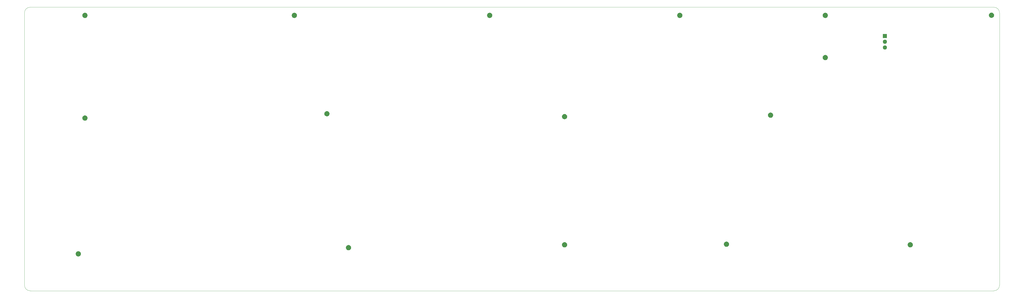
<source format=gbs>
G04 #@! TF.GenerationSoftware,KiCad,Pcbnew,(5.1.5)-3*
G04 #@! TF.CreationDate,2021-02-16T22:27:21+09:00*
G04 #@! TF.ProjectId,bottomplate,626f7474-6f6d-4706-9c61-74652e6b6963,rev?*
G04 #@! TF.SameCoordinates,Original*
G04 #@! TF.FileFunction,Soldermask,Bot*
G04 #@! TF.FilePolarity,Negative*
%FSLAX46Y46*%
G04 Gerber Fmt 4.6, Leading zero omitted, Abs format (unit mm)*
G04 Created by KiCad (PCBNEW (5.1.5)-3) date 2021-02-16 22:27:21*
%MOMM*%
%LPD*%
G04 APERTURE LIST*
%ADD10C,0.050000*%
%ADD11C,0.100000*%
G04 APERTURE END LIST*
D10*
X417830000Y9525000D02*
G75*
G02X420370000Y6985000I0J-2540000D01*
G01*
X-9525000Y6985000D02*
G75*
G02X-6985000Y9525000I2540000J0D01*
G01*
X420370000Y-113030000D02*
G75*
G02X417830000Y-115570000I-2540000J0D01*
G01*
X-6985000Y-115570000D02*
G75*
G02X-9525000Y-113030000I0J2540000D01*
G01*
X420370000Y6985000D02*
X420370000Y-113030000D01*
X-6985000Y-115570000D02*
X417830000Y-115570000D01*
X-9525000Y-113030000D02*
X-9525000Y6985000D01*
X417830000Y9525000D02*
X-6985000Y9525000D01*
D11*
G36*
X14448549Y-98121616D02*
G01*
X14559734Y-98143732D01*
X14769203Y-98230497D01*
X14957720Y-98356460D01*
X15118040Y-98516780D01*
X15244003Y-98705297D01*
X15330768Y-98914766D01*
X15375000Y-99137136D01*
X15375000Y-99363864D01*
X15330768Y-99586234D01*
X15244003Y-99795703D01*
X15118040Y-99984220D01*
X14957720Y-100144540D01*
X14769203Y-100270503D01*
X14559734Y-100357268D01*
X14448549Y-100379384D01*
X14337365Y-100401500D01*
X14110635Y-100401500D01*
X13999451Y-100379384D01*
X13888266Y-100357268D01*
X13678797Y-100270503D01*
X13490280Y-100144540D01*
X13329960Y-99984220D01*
X13203997Y-99795703D01*
X13117232Y-99586234D01*
X13073000Y-99363864D01*
X13073000Y-99137136D01*
X13117232Y-98914766D01*
X13203997Y-98705297D01*
X13329960Y-98516780D01*
X13490280Y-98356460D01*
X13678797Y-98230497D01*
X13888266Y-98143732D01*
X13999451Y-98121616D01*
X14110635Y-98099500D01*
X14337365Y-98099500D01*
X14448549Y-98121616D01*
G37*
G36*
X133574549Y-95391116D02*
G01*
X133685734Y-95413232D01*
X133895203Y-95499997D01*
X134083720Y-95625960D01*
X134244040Y-95786280D01*
X134370003Y-95974797D01*
X134456768Y-96184266D01*
X134501000Y-96406636D01*
X134501000Y-96633364D01*
X134456768Y-96855734D01*
X134370003Y-97065203D01*
X134244040Y-97253720D01*
X134083720Y-97414040D01*
X133895203Y-97540003D01*
X133685734Y-97626768D01*
X133574549Y-97648884D01*
X133463365Y-97671000D01*
X133236635Y-97671000D01*
X133125451Y-97648884D01*
X133014266Y-97626768D01*
X132804797Y-97540003D01*
X132616280Y-97414040D01*
X132455960Y-97253720D01*
X132329997Y-97065203D01*
X132243232Y-96855734D01*
X132199000Y-96633364D01*
X132199000Y-96406636D01*
X132243232Y-96184266D01*
X132329997Y-95974797D01*
X132455960Y-95786280D01*
X132616280Y-95625960D01*
X132804797Y-95499997D01*
X133014266Y-95413232D01*
X133125451Y-95391116D01*
X133236635Y-95369000D01*
X133463365Y-95369000D01*
X133574549Y-95391116D01*
G37*
G36*
X228824549Y-94121116D02*
G01*
X228935734Y-94143232D01*
X229145203Y-94229997D01*
X229333720Y-94355960D01*
X229494040Y-94516280D01*
X229590248Y-94660266D01*
X229620004Y-94704799D01*
X229706768Y-94914267D01*
X229745576Y-95109365D01*
X229751000Y-95136636D01*
X229751000Y-95363364D01*
X229706768Y-95585734D01*
X229620003Y-95795203D01*
X229494040Y-95983720D01*
X229333720Y-96144040D01*
X229145203Y-96270003D01*
X228935734Y-96356768D01*
X228824549Y-96378884D01*
X228713365Y-96401000D01*
X228486635Y-96401000D01*
X228375451Y-96378884D01*
X228264266Y-96356768D01*
X228054797Y-96270003D01*
X227866280Y-96144040D01*
X227705960Y-95983720D01*
X227579997Y-95795203D01*
X227493232Y-95585734D01*
X227449000Y-95363364D01*
X227449000Y-95136636D01*
X227454425Y-95109365D01*
X227493232Y-94914267D01*
X227579996Y-94704799D01*
X227609752Y-94660266D01*
X227705960Y-94516280D01*
X227866280Y-94355960D01*
X228054797Y-94229997D01*
X228264266Y-94143232D01*
X228375451Y-94121116D01*
X228486635Y-94099000D01*
X228713365Y-94099000D01*
X228824549Y-94121116D01*
G37*
G36*
X381224549Y-94121116D02*
G01*
X381335734Y-94143232D01*
X381545203Y-94229997D01*
X381733720Y-94355960D01*
X381894040Y-94516280D01*
X381990248Y-94660266D01*
X382020004Y-94704799D01*
X382106768Y-94914267D01*
X382145576Y-95109365D01*
X382151000Y-95136636D01*
X382151000Y-95363364D01*
X382106768Y-95585734D01*
X382020003Y-95795203D01*
X381894040Y-95983720D01*
X381733720Y-96144040D01*
X381545203Y-96270003D01*
X381335734Y-96356768D01*
X381224549Y-96378884D01*
X381113365Y-96401000D01*
X380886635Y-96401000D01*
X380775451Y-96378884D01*
X380664266Y-96356768D01*
X380454797Y-96270003D01*
X380266280Y-96144040D01*
X380105960Y-95983720D01*
X379979997Y-95795203D01*
X379893232Y-95585734D01*
X379849000Y-95363364D01*
X379849000Y-95136636D01*
X379854425Y-95109365D01*
X379893232Y-94914267D01*
X379979996Y-94704799D01*
X380009752Y-94660266D01*
X380105960Y-94516280D01*
X380266280Y-94355960D01*
X380454797Y-94229997D01*
X380664266Y-94143232D01*
X380775451Y-94121116D01*
X380886635Y-94099000D01*
X381113365Y-94099000D01*
X381224549Y-94121116D01*
G37*
G36*
X300198549Y-93867116D02*
G01*
X300309734Y-93889232D01*
X300519203Y-93975997D01*
X300707720Y-94101960D01*
X300868040Y-94262280D01*
X300994003Y-94450797D01*
X300994004Y-94450799D01*
X301080768Y-94660267D01*
X301125000Y-94882635D01*
X301125000Y-95109365D01*
X301119575Y-95136636D01*
X301080768Y-95331734D01*
X300994003Y-95541203D01*
X300868040Y-95729720D01*
X300707720Y-95890040D01*
X300519203Y-96016003D01*
X300309734Y-96102768D01*
X300198549Y-96124884D01*
X300087365Y-96147000D01*
X299860635Y-96147000D01*
X299749451Y-96124884D01*
X299638266Y-96102768D01*
X299428797Y-96016003D01*
X299240280Y-95890040D01*
X299079960Y-95729720D01*
X298953997Y-95541203D01*
X298867232Y-95331734D01*
X298828425Y-95136636D01*
X298823000Y-95109365D01*
X298823000Y-94882635D01*
X298867232Y-94660267D01*
X298953996Y-94450799D01*
X298953997Y-94450797D01*
X299079960Y-94262280D01*
X299240280Y-94101960D01*
X299428797Y-93975997D01*
X299638266Y-93889232D01*
X299749451Y-93867116D01*
X299860635Y-93845000D01*
X300087365Y-93845000D01*
X300198549Y-93867116D01*
G37*
G36*
X17369549Y-38241116D02*
G01*
X17480734Y-38263232D01*
X17690203Y-38349997D01*
X17878720Y-38475960D01*
X18039040Y-38636280D01*
X18165003Y-38824797D01*
X18251768Y-39034266D01*
X18296000Y-39256636D01*
X18296000Y-39483364D01*
X18251768Y-39705734D01*
X18165003Y-39915203D01*
X18039040Y-40103720D01*
X17878720Y-40264040D01*
X17690203Y-40390003D01*
X17480734Y-40476768D01*
X17369549Y-40498884D01*
X17258365Y-40521000D01*
X17031635Y-40521000D01*
X16920451Y-40498884D01*
X16809266Y-40476768D01*
X16599797Y-40390003D01*
X16411280Y-40264040D01*
X16250960Y-40103720D01*
X16124997Y-39915203D01*
X16038232Y-39705734D01*
X15994000Y-39483364D01*
X15994000Y-39256636D01*
X16038232Y-39034266D01*
X16124997Y-38824797D01*
X16250960Y-38636280D01*
X16411280Y-38475960D01*
X16599797Y-38349997D01*
X16809266Y-38263232D01*
X16920451Y-38241116D01*
X17031635Y-38219000D01*
X17258365Y-38219000D01*
X17369549Y-38241116D01*
G37*
G36*
X228824549Y-37606116D02*
G01*
X228935734Y-37628232D01*
X229145203Y-37714997D01*
X229333720Y-37840960D01*
X229494040Y-38001280D01*
X229620003Y-38189797D01*
X229706768Y-38399266D01*
X229751000Y-38621636D01*
X229751000Y-38848364D01*
X229706768Y-39070734D01*
X229620003Y-39280203D01*
X229494040Y-39468720D01*
X229333720Y-39629040D01*
X229145203Y-39755003D01*
X228935734Y-39841768D01*
X228824549Y-39863884D01*
X228713365Y-39886000D01*
X228486635Y-39886000D01*
X228375451Y-39863884D01*
X228264266Y-39841768D01*
X228054797Y-39755003D01*
X227866280Y-39629040D01*
X227705960Y-39468720D01*
X227579997Y-39280203D01*
X227493232Y-39070734D01*
X227449000Y-38848364D01*
X227449000Y-38621636D01*
X227493232Y-38399266D01*
X227579997Y-38189797D01*
X227705960Y-38001280D01*
X227866280Y-37840960D01*
X228054797Y-37714997D01*
X228264266Y-37628232D01*
X228375451Y-37606116D01*
X228486635Y-37584000D01*
X228713365Y-37584000D01*
X228824549Y-37606116D01*
G37*
G36*
X319629549Y-36971116D02*
G01*
X319740734Y-36993232D01*
X319950203Y-37079997D01*
X320138720Y-37205960D01*
X320299040Y-37366280D01*
X320425003Y-37554797D01*
X320511768Y-37764266D01*
X320556000Y-37986636D01*
X320556000Y-38213364D01*
X320511768Y-38435734D01*
X320425003Y-38645203D01*
X320299040Y-38833720D01*
X320138720Y-38994040D01*
X319950203Y-39120003D01*
X319740734Y-39206768D01*
X319629549Y-39228884D01*
X319518365Y-39251000D01*
X319291635Y-39251000D01*
X319180451Y-39228884D01*
X319069266Y-39206768D01*
X318859797Y-39120003D01*
X318671280Y-38994040D01*
X318510960Y-38833720D01*
X318384997Y-38645203D01*
X318298232Y-38435734D01*
X318254000Y-38213364D01*
X318254000Y-37986636D01*
X318298232Y-37764266D01*
X318384997Y-37554797D01*
X318510960Y-37366280D01*
X318671280Y-37205960D01*
X318859797Y-37079997D01*
X319069266Y-36993232D01*
X319180451Y-36971116D01*
X319291635Y-36949000D01*
X319518365Y-36949000D01*
X319629549Y-36971116D01*
G37*
G36*
X124049549Y-36336116D02*
G01*
X124160734Y-36358232D01*
X124370203Y-36444997D01*
X124558720Y-36570960D01*
X124719040Y-36731280D01*
X124845003Y-36919797D01*
X124931768Y-37129266D01*
X124976000Y-37351636D01*
X124976000Y-37578364D01*
X124931768Y-37800734D01*
X124845003Y-38010203D01*
X124719040Y-38198720D01*
X124558720Y-38359040D01*
X124370203Y-38485003D01*
X124160734Y-38571768D01*
X124049549Y-38593884D01*
X123938365Y-38616000D01*
X123711635Y-38616000D01*
X123600451Y-38593884D01*
X123489266Y-38571768D01*
X123279797Y-38485003D01*
X123091280Y-38359040D01*
X122930960Y-38198720D01*
X122804997Y-38010203D01*
X122718232Y-37800734D01*
X122674000Y-37578364D01*
X122674000Y-37351636D01*
X122718232Y-37129266D01*
X122804997Y-36919797D01*
X122930960Y-36731280D01*
X123091280Y-36570960D01*
X123279797Y-36444997D01*
X123489266Y-36358232D01*
X123600451Y-36336116D01*
X123711635Y-36314000D01*
X123938365Y-36314000D01*
X124049549Y-36336116D01*
G37*
G36*
X343759549Y-11571116D02*
G01*
X343870734Y-11593232D01*
X344080203Y-11679997D01*
X344268720Y-11805960D01*
X344429040Y-11966280D01*
X344555003Y-12154797D01*
X344641768Y-12364266D01*
X344686000Y-12586636D01*
X344686000Y-12813364D01*
X344641768Y-13035734D01*
X344555003Y-13245203D01*
X344429040Y-13433720D01*
X344268720Y-13594040D01*
X344080203Y-13720003D01*
X343870734Y-13806768D01*
X343759549Y-13828884D01*
X343648365Y-13851000D01*
X343421635Y-13851000D01*
X343310451Y-13828884D01*
X343199266Y-13806768D01*
X342989797Y-13720003D01*
X342801280Y-13594040D01*
X342640960Y-13433720D01*
X342514997Y-13245203D01*
X342428232Y-13035734D01*
X342384000Y-12813364D01*
X342384000Y-12586636D01*
X342428232Y-12364266D01*
X342514997Y-12154797D01*
X342640960Y-11966280D01*
X342801280Y-11805960D01*
X342989797Y-11679997D01*
X343199266Y-11593232D01*
X343310451Y-11571116D01*
X343421635Y-11549000D01*
X343648365Y-11549000D01*
X343759549Y-11571116D01*
G37*
G36*
X369937512Y-7358927D02*
G01*
X370086812Y-7388624D01*
X370250784Y-7456544D01*
X370398354Y-7555147D01*
X370523853Y-7680646D01*
X370622456Y-7828216D01*
X370690376Y-7992188D01*
X370725000Y-8166259D01*
X370725000Y-8343741D01*
X370690376Y-8517812D01*
X370622456Y-8681784D01*
X370523853Y-8829354D01*
X370398354Y-8954853D01*
X370250784Y-9053456D01*
X370086812Y-9121376D01*
X369937512Y-9151073D01*
X369912742Y-9156000D01*
X369735258Y-9156000D01*
X369710488Y-9151073D01*
X369561188Y-9121376D01*
X369397216Y-9053456D01*
X369249646Y-8954853D01*
X369124147Y-8829354D01*
X369025544Y-8681784D01*
X368957624Y-8517812D01*
X368923000Y-8343741D01*
X368923000Y-8166259D01*
X368957624Y-7992188D01*
X369025544Y-7828216D01*
X369124147Y-7680646D01*
X369249646Y-7555147D01*
X369397216Y-7456544D01*
X369561188Y-7388624D01*
X369710488Y-7358927D01*
X369735258Y-7354000D01*
X369912742Y-7354000D01*
X369937512Y-7358927D01*
G37*
G36*
X369937512Y-4818927D02*
G01*
X370086812Y-4848624D01*
X370250784Y-4916544D01*
X370398354Y-5015147D01*
X370523853Y-5140646D01*
X370622456Y-5288216D01*
X370690376Y-5452188D01*
X370725000Y-5626259D01*
X370725000Y-5803741D01*
X370690376Y-5977812D01*
X370622456Y-6141784D01*
X370523853Y-6289354D01*
X370398354Y-6414853D01*
X370250784Y-6513456D01*
X370086812Y-6581376D01*
X369937512Y-6611073D01*
X369912742Y-6616000D01*
X369735258Y-6616000D01*
X369710488Y-6611073D01*
X369561188Y-6581376D01*
X369397216Y-6513456D01*
X369249646Y-6414853D01*
X369124147Y-6289354D01*
X369025544Y-6141784D01*
X368957624Y-5977812D01*
X368923000Y-5803741D01*
X368923000Y-5626259D01*
X368957624Y-5452188D01*
X369025544Y-5288216D01*
X369124147Y-5140646D01*
X369249646Y-5015147D01*
X369397216Y-4916544D01*
X369561188Y-4848624D01*
X369710488Y-4818927D01*
X369735258Y-4814000D01*
X369912742Y-4814000D01*
X369937512Y-4818927D01*
G37*
G36*
X370725000Y-4076000D02*
G01*
X368923000Y-4076000D01*
X368923000Y-2274000D01*
X370725000Y-2274000D01*
X370725000Y-4076000D01*
G37*
G36*
X17369549Y7034384D02*
G01*
X17480734Y7012268D01*
X17690203Y6925503D01*
X17878720Y6799540D01*
X18039040Y6639220D01*
X18165003Y6450703D01*
X18251768Y6241234D01*
X18296000Y6018864D01*
X18296000Y5792136D01*
X18251768Y5569766D01*
X18165003Y5360297D01*
X18039040Y5171780D01*
X17878720Y5011460D01*
X17690203Y4885497D01*
X17480734Y4798732D01*
X17369549Y4776616D01*
X17258365Y4754500D01*
X17031635Y4754500D01*
X16920451Y4776616D01*
X16809266Y4798732D01*
X16599797Y4885497D01*
X16411280Y5011460D01*
X16250960Y5171780D01*
X16124997Y5360297D01*
X16038232Y5569766D01*
X15994000Y5792136D01*
X15994000Y6018864D01*
X16038232Y6241234D01*
X16124997Y6450703D01*
X16250960Y6639220D01*
X16411280Y6799540D01*
X16599797Y6925503D01*
X16809266Y7012268D01*
X16920451Y7034384D01*
X17031635Y7056500D01*
X17258365Y7056500D01*
X17369549Y7034384D01*
G37*
G36*
X279624549Y7034384D02*
G01*
X279735734Y7012268D01*
X279945203Y6925503D01*
X280133720Y6799540D01*
X280294040Y6639220D01*
X280420003Y6450703D01*
X280506768Y6241234D01*
X280551000Y6018864D01*
X280551000Y5792136D01*
X280506768Y5569766D01*
X280420003Y5360297D01*
X280294040Y5171780D01*
X280133720Y5011460D01*
X279945203Y4885497D01*
X279735734Y4798732D01*
X279624549Y4776616D01*
X279513365Y4754500D01*
X279286635Y4754500D01*
X279175451Y4776616D01*
X279064266Y4798732D01*
X278854797Y4885497D01*
X278666280Y5011460D01*
X278505960Y5171780D01*
X278379997Y5360297D01*
X278293232Y5569766D01*
X278249000Y5792136D01*
X278249000Y6018864D01*
X278293232Y6241234D01*
X278379997Y6450703D01*
X278505960Y6639220D01*
X278666280Y6799540D01*
X278854797Y6925503D01*
X279064266Y7012268D01*
X279175451Y7034384D01*
X279286635Y7056500D01*
X279513365Y7056500D01*
X279624549Y7034384D01*
G37*
G36*
X343759549Y7034384D02*
G01*
X343870734Y7012268D01*
X344080203Y6925503D01*
X344268720Y6799540D01*
X344429040Y6639220D01*
X344555003Y6450703D01*
X344641768Y6241234D01*
X344686000Y6018864D01*
X344686000Y5792136D01*
X344641768Y5569766D01*
X344555003Y5360297D01*
X344429040Y5171780D01*
X344268720Y5011460D01*
X344080203Y4885497D01*
X343870734Y4798732D01*
X343759549Y4776616D01*
X343648365Y4754500D01*
X343421635Y4754500D01*
X343310451Y4776616D01*
X343199266Y4798732D01*
X342989797Y4885497D01*
X342801280Y5011460D01*
X342640960Y5171780D01*
X342514997Y5360297D01*
X342428232Y5569766D01*
X342384000Y5792136D01*
X342384000Y6018864D01*
X342428232Y6241234D01*
X342514997Y6450703D01*
X342640960Y6639220D01*
X342801280Y6799540D01*
X342989797Y6925503D01*
X343199266Y7012268D01*
X343310451Y7034384D01*
X343421635Y7056500D01*
X343648365Y7056500D01*
X343759549Y7034384D01*
G37*
G36*
X109698549Y7034384D02*
G01*
X109809734Y7012268D01*
X110019203Y6925503D01*
X110207720Y6799540D01*
X110368040Y6639220D01*
X110494003Y6450703D01*
X110580768Y6241234D01*
X110625000Y6018864D01*
X110625000Y5792136D01*
X110580768Y5569766D01*
X110494003Y5360297D01*
X110368040Y5171780D01*
X110207720Y5011460D01*
X110019203Y4885497D01*
X109809734Y4798732D01*
X109698549Y4776616D01*
X109587365Y4754500D01*
X109360635Y4754500D01*
X109249451Y4776616D01*
X109138266Y4798732D01*
X108928797Y4885497D01*
X108740280Y5011460D01*
X108579960Y5171780D01*
X108453997Y5360297D01*
X108367232Y5569766D01*
X108323000Y5792136D01*
X108323000Y6018864D01*
X108367232Y6241234D01*
X108453997Y6450703D01*
X108579960Y6639220D01*
X108740280Y6799540D01*
X108928797Y6925503D01*
X109138266Y7012268D01*
X109249451Y7034384D01*
X109360635Y7056500D01*
X109587365Y7056500D01*
X109698549Y7034384D01*
G37*
G36*
X195804549Y7034384D02*
G01*
X195915734Y7012268D01*
X196125203Y6925503D01*
X196313720Y6799540D01*
X196474040Y6639220D01*
X196600003Y6450703D01*
X196686768Y6241234D01*
X196731000Y6018864D01*
X196731000Y5792136D01*
X196686768Y5569766D01*
X196600003Y5360297D01*
X196474040Y5171780D01*
X196313720Y5011460D01*
X196125203Y4885497D01*
X195915734Y4798732D01*
X195804549Y4776616D01*
X195693365Y4754500D01*
X195466635Y4754500D01*
X195355451Y4776616D01*
X195244266Y4798732D01*
X195034797Y4885497D01*
X194846280Y5011460D01*
X194685960Y5171780D01*
X194559997Y5360297D01*
X194473232Y5569766D01*
X194429000Y5792136D01*
X194429000Y6018864D01*
X194473232Y6241234D01*
X194559997Y6450703D01*
X194685960Y6639220D01*
X194846280Y6799540D01*
X195034797Y6925503D01*
X195244266Y7012268D01*
X195355451Y7034384D01*
X195466635Y7056500D01*
X195693365Y7056500D01*
X195804549Y7034384D01*
G37*
G36*
X417038549Y7097884D02*
G01*
X417149734Y7075768D01*
X417359203Y6989003D01*
X417547720Y6863040D01*
X417708040Y6702720D01*
X417834003Y6514203D01*
X417920768Y6304734D01*
X417965000Y6082364D01*
X417965000Y5855636D01*
X417920768Y5633266D01*
X417834003Y5423797D01*
X417708040Y5235280D01*
X417547720Y5074960D01*
X417359203Y4948997D01*
X417149734Y4862232D01*
X417038549Y4840116D01*
X416927365Y4818000D01*
X416700635Y4818000D01*
X416589451Y4840116D01*
X416478266Y4862232D01*
X416268797Y4948997D01*
X416080280Y5074960D01*
X415919960Y5235280D01*
X415793997Y5423797D01*
X415707232Y5633266D01*
X415663000Y5855636D01*
X415663000Y6082364D01*
X415707232Y6304734D01*
X415793997Y6514203D01*
X415919960Y6702720D01*
X416080280Y6863040D01*
X416268797Y6989003D01*
X416478266Y7075768D01*
X416589451Y7097884D01*
X416700635Y7120000D01*
X416927365Y7120000D01*
X417038549Y7097884D01*
G37*
M02*

</source>
